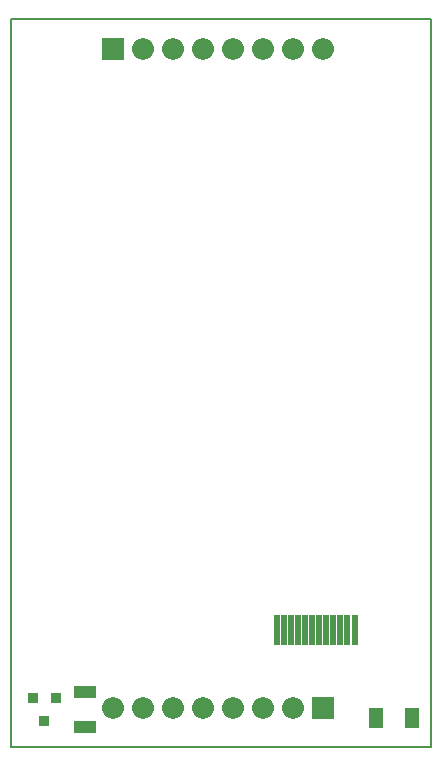
<source format=gts>
G04 #@! TF.FileFunction,Soldermask,Top*
%FSLAX46Y46*%
G04 Gerber Fmt 4.6, Leading zero omitted, Abs format (unit mm)*
G04 Created by KiCad (PCBNEW 4.0.7) date Wed Nov 28 14:25:24 2018*
%MOMM*%
%LPD*%
G01*
G04 APERTURE LIST*
%ADD10C,0.100000*%
%ADD11C,0.150000*%
%ADD12R,1.152400X1.752400*%
%ADD13R,0.472389X2.552395*%
%ADD14R,0.952500X0.952500*%
%ADD15R,1.852400X1.052400*%
%ADD16R,1.852400X1.852400*%
%ADD17O,1.852400X1.852400*%
G04 APERTURE END LIST*
D10*
D11*
X90170000Y-64770000D02*
X90170000Y-126365000D01*
X54610000Y-64770000D02*
X90170000Y-64770000D01*
X54610000Y-126365000D02*
X54610000Y-64770000D01*
X90170000Y-126365000D02*
X54610000Y-126365000D01*
D12*
X85495000Y-123952000D03*
X88495000Y-123952000D03*
D13*
X83659600Y-116433600D03*
X83059600Y-116433600D03*
X82459600Y-116433600D03*
X81859600Y-116433600D03*
X81259600Y-116433600D03*
X80659600Y-116433600D03*
X80059600Y-116433600D03*
X79459600Y-116433600D03*
X78859600Y-116433600D03*
X78259600Y-116433600D03*
X77659600Y-116433600D03*
X77059600Y-116433600D03*
D14*
X58354000Y-122189240D03*
X56454000Y-122189240D03*
X57404000Y-124188220D03*
D15*
X60833000Y-121740000D03*
X60833000Y-124640000D03*
D16*
X81018380Y-123042680D03*
D17*
X78478380Y-123042680D03*
X75938380Y-123042680D03*
X73398380Y-123042680D03*
X70858380Y-123042680D03*
X68318380Y-123042680D03*
X65778380Y-123042680D03*
X63238380Y-123042680D03*
D16*
X63233300Y-67284600D03*
D17*
X65773300Y-67284600D03*
X68313300Y-67284600D03*
X70853300Y-67284600D03*
X73393300Y-67284600D03*
X75933300Y-67284600D03*
X78473300Y-67284600D03*
X81013300Y-67284600D03*
M02*

</source>
